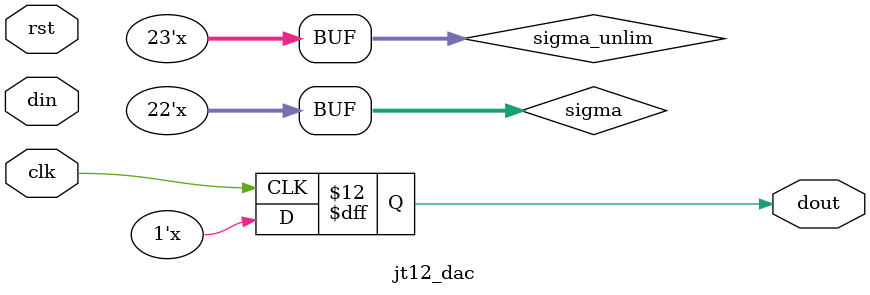
<source format=v>
/*  This file is part of JT12.

    JT12 is free software: you can redistribute it and/or modify
    it under the terms of the GNU General Public License as published by
    the Free Software Foundation, either version 3 of the License, or
    (at your option) any later version.

    JT12 is distributed in the hope that it will be useful,
    but WITHOUT ANY WARRANTY; without even the implied warranty of
    MERCHANTABILITY or FITNESS FOR A PARTICULAR PURPOSE.  See the
    GNU General Public License for more details.

    You should have received a copy of the GNU General Public License
    along with JT12.  If not, see <http://www.gnu.org/licenses/>.

	Author: Jose Tejada Gomez. Twitter: @topapate
	Version: 1.0
	Date: March, 9th 2017
	*/

`timescale 1ns / 1ps

/*

	input sampling rate must be the same as clk frequency
    interpolation the input signal accordingly to get the
    right sampling rate

*/

module jt12_dac(
	input	clk,
    input	rst,
    input	signed	[19:0] din,
    output	reg	 dout
);

reg signed [21:0] sigma;
reg signed [22:0] sigma_unlim;
reg signed [21:0] delta, delta1, delta2, delta1x2;

always @(*) begin
	if( delta1[20] )
    	delta1x2 <= { delta1[21], {21{~delta1[21]}}};
    else
    	delta1x2 <= delta1<<<1;

	sigma_unlim <= din + delta2 + delta1x2;
    case( sigma_unlim[22:21] )
    	2'b01: sigma <= { 1'b0, {20{1'b1}}};
        2'b10: sigma <= { 1'b1, {20{1'b0}}};
        default sigma <= sigma_unlim[21:0];
    endcase
end

always @(posedge clk) begin
	dout <= sigma[20];
    delta1 <= sigma - { 1'b0, sigma[20], 20'd0 };
    delta2 <= delta1;
end

endmodule

</source>
